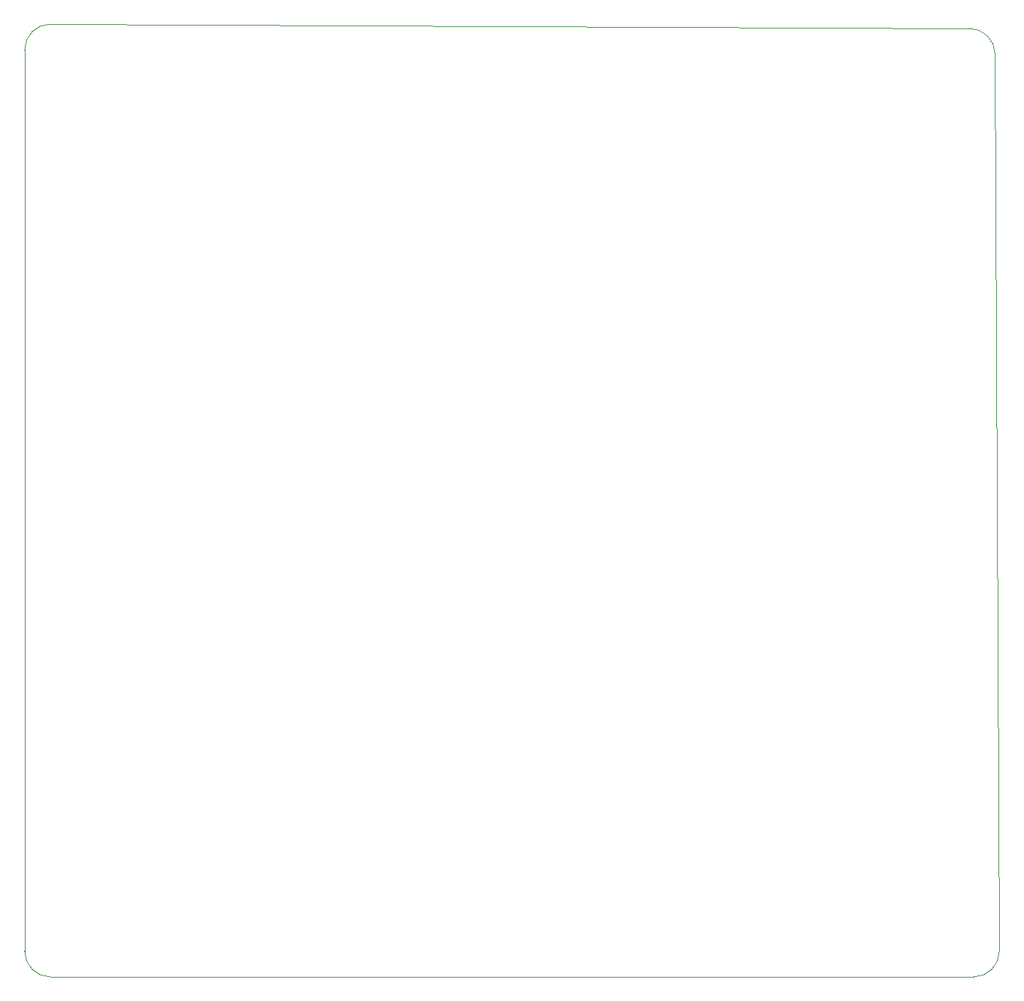
<source format=gbr>
%TF.GenerationSoftware,KiCad,Pcbnew,9.0.3*%
%TF.CreationDate,2025-11-05T19:32:32+02:00*%
%TF.ProjectId,PCB_Design,5043425f-4465-4736-9967-6e2e6b696361,rev?*%
%TF.SameCoordinates,Original*%
%TF.FileFunction,Profile,NP*%
%FSLAX46Y46*%
G04 Gerber Fmt 4.6, Leading zero omitted, Abs format (unit mm)*
G04 Created by KiCad (PCBNEW 9.0.3) date 2025-11-05 19:32:32*
%MOMM*%
%LPD*%
G01*
G04 APERTURE LIST*
%TA.AperFunction,Profile*%
%ADD10C,0.050000*%
%TD*%
G04 APERTURE END LIST*
D10*
X67500000Y-185500000D02*
X67500000Y-81000000D01*
X180500000Y-185500000D02*
G75*
G02*
X177500000Y-188500000I-3000000J0D01*
G01*
X70500000Y-188500000D02*
G75*
G02*
X67500000Y-185500000I0J3000000D01*
G01*
X67500000Y-81000000D02*
G75*
G02*
X70500000Y-78000000I3000000J0D01*
G01*
X177000000Y-78500000D02*
G75*
G02*
X180000000Y-81500000I0J-3000000D01*
G01*
X70500000Y-78000000D02*
X177000000Y-78500000D01*
X177500000Y-188500000D02*
X70500000Y-188500000D01*
X180000000Y-81500000D02*
X180500000Y-185500000D01*
M02*

</source>
